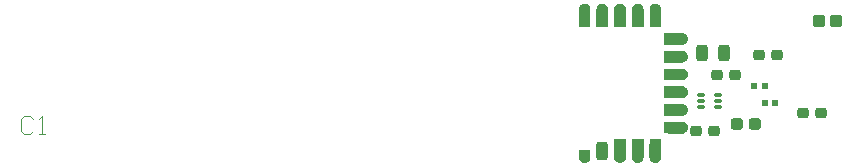
<source format=gtp>
G04*
G04 #@! TF.GenerationSoftware,Altium Limited,Altium Designer,25.4.2 (15)*
G04*
G04 Layer_Color=8421504*
%FSLAX44Y44*%
%MOMM*%
G71*
G04*
G04 #@! TF.SameCoordinates,E356E3B8-936D-4008-B143-5D1E530F3DD3*
G04*
G04*
G04 #@! TF.FilePolarity,Positive*
G04*
G01*
G75*
%ADD15C,0.0000*%
G04:AMPARAMS|DCode=16|XSize=1mm|YSize=1.1mm|CornerRadius=0.25mm|HoleSize=0mm|Usage=FLASHONLY|Rotation=90.000|XOffset=0mm|YOffset=0mm|HoleType=Round|Shape=RoundedRectangle|*
%AMROUNDEDRECTD16*
21,1,1.0000,0.6000,0,0,90.0*
21,1,0.5000,1.1000,0,0,90.0*
1,1,0.5000,0.3000,0.2500*
1,1,0.5000,0.3000,-0.2500*
1,1,0.5000,-0.3000,-0.2500*
1,1,0.5000,-0.3000,0.2500*
%
%ADD16ROUNDEDRECTD16*%
G04:AMPARAMS|DCode=17|XSize=0.67mm|YSize=0.3mm|CornerRadius=0.0495mm|HoleSize=0mm|Usage=FLASHONLY|Rotation=0.000|XOffset=0mm|YOffset=0mm|HoleType=Round|Shape=RoundedRectangle|*
%AMROUNDEDRECTD17*
21,1,0.6700,0.2010,0,0,0.0*
21,1,0.5710,0.3000,0,0,0.0*
1,1,0.0990,0.2855,-0.1005*
1,1,0.0990,-0.2855,-0.1005*
1,1,0.0990,-0.2855,0.1005*
1,1,0.0990,0.2855,0.1005*
%
%ADD17ROUNDEDRECTD17*%
G04:AMPARAMS|DCode=18|XSize=0.95mm|YSize=1.05mm|CornerRadius=0.2375mm|HoleSize=0mm|Usage=FLASHONLY|Rotation=90.000|XOffset=0mm|YOffset=0mm|HoleType=Round|Shape=RoundedRectangle|*
%AMROUNDEDRECTD18*
21,1,0.9500,0.5750,0,0,90.0*
21,1,0.4750,1.0500,0,0,90.0*
1,1,0.4750,0.2875,0.2375*
1,1,0.4750,0.2875,-0.2375*
1,1,0.4750,-0.2875,-0.2375*
1,1,0.4750,-0.2875,0.2375*
%
%ADD18ROUNDEDRECTD18*%
G04:AMPARAMS|DCode=19|XSize=0.9mm|YSize=0.95mm|CornerRadius=0.225mm|HoleSize=0mm|Usage=FLASHONLY|Rotation=90.000|XOffset=0mm|YOffset=0mm|HoleType=Round|Shape=RoundedRectangle|*
%AMROUNDEDRECTD19*
21,1,0.9000,0.5000,0,0,90.0*
21,1,0.4500,0.9500,0,0,90.0*
1,1,0.4500,0.2500,0.2250*
1,1,0.4500,0.2500,-0.2250*
1,1,0.4500,-0.2500,-0.2250*
1,1,0.4500,-0.2500,0.2250*
%
%ADD19ROUNDEDRECTD19*%
G04:AMPARAMS|DCode=20|XSize=1mm|YSize=1.6mm|CornerRadius=0.25mm|HoleSize=0mm|Usage=FLASHONLY|Rotation=90.000|XOffset=0mm|YOffset=0mm|HoleType=Round|Shape=RoundedRectangle|*
%AMROUNDEDRECTD20*
21,1,1.0000,1.1000,0,0,90.0*
21,1,0.5000,1.6000,0,0,90.0*
1,1,0.5000,0.5500,0.2500*
1,1,0.5000,0.5500,-0.2500*
1,1,0.5000,-0.5500,-0.2500*
1,1,0.5000,-0.5500,0.2500*
%
%ADD20ROUNDEDRECTD20*%
G04:AMPARAMS|DCode=21|XSize=1.6mm|YSize=1mm|CornerRadius=0.25mm|HoleSize=0mm|Usage=FLASHONLY|Rotation=90.000|XOffset=0mm|YOffset=0mm|HoleType=Round|Shape=RoundedRectangle|*
%AMROUNDEDRECTD21*
21,1,1.6000,0.5000,0,0,90.0*
21,1,1.1000,1.0000,0,0,90.0*
1,1,0.5000,0.2500,0.5500*
1,1,0.5000,0.2500,-0.5500*
1,1,0.5000,-0.2500,-0.5500*
1,1,0.5000,-0.2500,0.5500*
%
%ADD21ROUNDEDRECTD21*%
G04:AMPARAMS|DCode=22|XSize=0.55mm|YSize=0.5mm|CornerRadius=0.0625mm|HoleSize=0mm|Usage=FLASHONLY|Rotation=90.000|XOffset=0mm|YOffset=0mm|HoleType=Round|Shape=RoundedRectangle|*
%AMROUNDEDRECTD22*
21,1,0.5500,0.3750,0,0,90.0*
21,1,0.4250,0.5000,0,0,90.0*
1,1,0.1250,0.1875,0.2125*
1,1,0.1250,0.1875,-0.2125*
1,1,0.1250,-0.1875,-0.2125*
1,1,0.1250,-0.1875,0.2125*
%
%ADD22ROUNDEDRECTD22*%
G04:AMPARAMS|DCode=23|XSize=1.4mm|YSize=1mm|CornerRadius=0.25mm|HoleSize=0mm|Usage=FLASHONLY|Rotation=90.000|XOffset=0mm|YOffset=0mm|HoleType=Round|Shape=RoundedRectangle|*
%AMROUNDEDRECTD23*
21,1,1.4000,0.5000,0,0,90.0*
21,1,0.9000,1.0000,0,0,90.0*
1,1,0.5000,0.2500,0.4500*
1,1,0.5000,0.2500,-0.4500*
1,1,0.5000,-0.2500,-0.4500*
1,1,0.5000,-0.2500,0.4500*
%
%ADD23ROUNDEDRECTD23*%
G36*
X37264Y18000D02*
Y12000D01*
X37257Y11738D01*
X37236Y11477D01*
X37202Y11218D01*
X37155Y10961D01*
X37093Y10706D01*
X37019Y10455D01*
X36932Y10208D01*
X36831Y9966D01*
X36719Y9730D01*
X36594Y9500D01*
X36457Y9277D01*
X36309Y9061D01*
X36149Y8853D01*
X35979Y8654D01*
X35799Y8464D01*
X35609Y8284D01*
X35410Y8114D01*
X35203Y7955D01*
X34987Y7807D01*
X34764Y7670D01*
X34534Y7545D01*
X34297Y7432D01*
X34056Y7332D01*
X33809Y7245D01*
X33558Y7170D01*
X33303Y7109D01*
X33046Y7062D01*
X32786Y7027D01*
X32525Y7007D01*
X32264Y7000D01*
X32002Y7007D01*
X31741Y7027D01*
X31481Y7062D01*
X31224Y7109D01*
X30970Y7170D01*
X30719Y7245D01*
X30472Y7332D01*
X30230Y7432D01*
X29994Y7545D01*
X29764Y7670D01*
X29541Y7807D01*
X29325Y7955D01*
X29117Y8114D01*
X28918Y8284D01*
X28728Y8464D01*
X28548Y8654D01*
X28378Y8853D01*
X28219Y9061D01*
X28070Y9277D01*
X27934Y9500D01*
X27809Y9730D01*
X27696Y9966D01*
X27596Y10208D01*
X27508Y10455D01*
X27434Y10706D01*
X27373Y10961D01*
X27325Y11218D01*
X27291Y11477D01*
X27271Y11738D01*
X27264Y12000D01*
Y18000D01*
X37264D01*
D02*
G37*
G36*
X67264Y27000D02*
Y12000D01*
X67257Y11738D01*
X67236Y11477D01*
X67202Y11218D01*
X67154Y10961D01*
X67093Y10706D01*
X67019Y10455D01*
X66932Y10208D01*
X66831Y9966D01*
X66719Y9730D01*
X66594Y9500D01*
X66457Y9277D01*
X66309Y9061D01*
X66149Y8853D01*
X65979Y8654D01*
X65799Y8464D01*
X65609Y8284D01*
X65410Y8114D01*
X65203Y7955D01*
X64987Y7807D01*
X64764Y7670D01*
X64534Y7545D01*
X64297Y7432D01*
X64056Y7332D01*
X63809Y7245D01*
X63558Y7170D01*
X63303Y7109D01*
X63046Y7062D01*
X62786Y7027D01*
X62525Y7007D01*
X62264Y7000D01*
X62002Y7007D01*
X61741Y7027D01*
X61481Y7062D01*
X61224Y7109D01*
X60970Y7170D01*
X60719Y7245D01*
X60472Y7332D01*
X60230Y7432D01*
X59994Y7545D01*
X59764Y7670D01*
X59541Y7807D01*
X59325Y7955D01*
X59117Y8114D01*
X58918Y8284D01*
X58728Y8464D01*
X58548Y8654D01*
X58378Y8853D01*
X58219Y9061D01*
X58070Y9277D01*
X57934Y9500D01*
X57809Y9730D01*
X57696Y9966D01*
X57596Y10208D01*
X57508Y10455D01*
X57434Y10706D01*
X57373Y10961D01*
X57325Y11218D01*
X57291Y11477D01*
X57271Y11738D01*
X57264Y12000D01*
Y27000D01*
X67264D01*
D02*
G37*
G36*
X82264D02*
Y12000D01*
X82257Y11738D01*
X82236Y11477D01*
X82202Y11218D01*
X82154Y10961D01*
X82093Y10706D01*
X82019Y10455D01*
X81932Y10208D01*
X81832Y9966D01*
X81719Y9730D01*
X81594Y9500D01*
X81457Y9277D01*
X81309Y9061D01*
X81149Y8853D01*
X80979Y8654D01*
X80799Y8464D01*
X80609Y8284D01*
X80410Y8114D01*
X80203Y7955D01*
X79987Y7807D01*
X79764Y7670D01*
X79534Y7545D01*
X79297Y7432D01*
X79056Y7332D01*
X78809Y7245D01*
X78558Y7170D01*
X78303Y7109D01*
X78046Y7062D01*
X77786Y7027D01*
X77525Y7007D01*
X77264Y7000D01*
X77002Y7007D01*
X76741Y7027D01*
X76482Y7062D01*
X76224Y7109D01*
X75970Y7170D01*
X75719Y7245D01*
X75472Y7332D01*
X75230Y7432D01*
X74994Y7545D01*
X74764Y7670D01*
X74541Y7807D01*
X74325Y7955D01*
X74117Y8114D01*
X73918Y8284D01*
X73728Y8464D01*
X73548Y8654D01*
X73378Y8853D01*
X73219Y9061D01*
X73070Y9277D01*
X72934Y9500D01*
X72809Y9730D01*
X72696Y9966D01*
X72596Y10208D01*
X72508Y10455D01*
X72434Y10706D01*
X72373Y10961D01*
X72325Y11218D01*
X72291Y11477D01*
X72271Y11738D01*
X72264Y12000D01*
Y27000D01*
X82264D01*
D02*
G37*
G36*
X97264D02*
Y12000D01*
X97257Y11738D01*
X97236Y11477D01*
X97202Y11218D01*
X97155Y10961D01*
X97093Y10706D01*
X97019Y10455D01*
X96932Y10208D01*
X96832Y9966D01*
X96719Y9730D01*
X96594Y9500D01*
X96457Y9277D01*
X96309Y9061D01*
X96149Y8853D01*
X95979Y8654D01*
X95799Y8464D01*
X95609Y8284D01*
X95410Y8114D01*
X95203Y7955D01*
X94987Y7807D01*
X94764Y7670D01*
X94534Y7545D01*
X94297Y7432D01*
X94056Y7332D01*
X93809Y7245D01*
X93558Y7170D01*
X93303Y7109D01*
X93046Y7062D01*
X92786Y7027D01*
X92525Y7007D01*
X92264Y7000D01*
X92002Y7007D01*
X91741Y7027D01*
X91482Y7062D01*
X91224Y7109D01*
X90970Y7170D01*
X90719Y7245D01*
X90472Y7332D01*
X90230Y7432D01*
X89994Y7545D01*
X89764Y7670D01*
X89541Y7807D01*
X89325Y7955D01*
X89117Y8114D01*
X88918Y8284D01*
X88728Y8464D01*
X88548Y8654D01*
X88378Y8853D01*
X88219Y9061D01*
X88070Y9277D01*
X87934Y9500D01*
X87809Y9730D01*
X87696Y9966D01*
X87596Y10208D01*
X87508Y10455D01*
X87434Y10706D01*
X87373Y10961D01*
X87325Y11218D01*
X87291Y11477D01*
X87271Y11738D01*
X87264Y12000D01*
Y27000D01*
X97264D01*
D02*
G37*
G36*
X114764Y42000D02*
X115025Y41993D01*
X115286Y41973D01*
X115546Y41938D01*
X115803Y41891D01*
X116058Y41830D01*
X116309Y41755D01*
X116556Y41668D01*
X116797Y41568D01*
X117034Y41455D01*
X117264Y41330D01*
X117487Y41193D01*
X117703Y41045D01*
X117910Y40886D01*
X118109Y40716D01*
X118299Y40535D01*
X118479Y40346D01*
X118649Y40147D01*
X118809Y39939D01*
X118957Y39723D01*
X119094Y39500D01*
X119219Y39270D01*
X119331Y39034D01*
X119432Y38792D01*
X119519Y38545D01*
X119593Y38294D01*
X119654Y38040D01*
X119702Y37782D01*
X119736Y37523D01*
X119757Y37262D01*
X119764Y37000D01*
X119757Y36738D01*
X119736Y36477D01*
X119702Y36218D01*
X119654Y35961D01*
X119593Y35706D01*
X119519Y35455D01*
X119432Y35208D01*
X119331Y34966D01*
X119219Y34730D01*
X119094Y34500D01*
X118957Y34277D01*
X118809Y34061D01*
X118649Y33853D01*
X118479Y33654D01*
X118299Y33465D01*
X118109Y33284D01*
X117910Y33114D01*
X117703Y32955D01*
X117487Y32807D01*
X117264Y32670D01*
X117034Y32545D01*
X116797Y32432D01*
X116556Y32332D01*
X116309Y32245D01*
X116058Y32170D01*
X115803Y32109D01*
X115546Y32062D01*
X115286Y32027D01*
X115025Y32007D01*
X114764Y32000D01*
X99764D01*
Y42000D01*
X114764D01*
D02*
G37*
G36*
Y57000D02*
X115025Y56993D01*
X115286Y56973D01*
X115546Y56938D01*
X115803Y56891D01*
X116058Y56830D01*
X116309Y56755D01*
X116556Y56668D01*
X116797Y56568D01*
X117034Y56455D01*
X117264Y56330D01*
X117487Y56193D01*
X117703Y56045D01*
X117910Y55886D01*
X118109Y55716D01*
X118299Y55535D01*
X118479Y55346D01*
X118649Y55147D01*
X118809Y54939D01*
X118957Y54723D01*
X119094Y54500D01*
X119219Y54270D01*
X119331Y54034D01*
X119432Y53792D01*
X119519Y53545D01*
X119593Y53294D01*
X119654Y53040D01*
X119702Y52782D01*
X119736Y52523D01*
X119757Y52262D01*
X119764Y52000D01*
X119757Y51738D01*
X119736Y51477D01*
X119702Y51218D01*
X119654Y50960D01*
X119593Y50706D01*
X119519Y50455D01*
X119432Y50208D01*
X119331Y49966D01*
X119219Y49730D01*
X119094Y49500D01*
X118957Y49277D01*
X118809Y49061D01*
X118649Y48853D01*
X118479Y48654D01*
X118299Y48464D01*
X118109Y48284D01*
X117910Y48114D01*
X117703Y47955D01*
X117487Y47807D01*
X117264Y47670D01*
X117034Y47545D01*
X116797Y47432D01*
X116556Y47332D01*
X116309Y47245D01*
X116058Y47170D01*
X115803Y47109D01*
X115546Y47062D01*
X115286Y47027D01*
X115025Y47007D01*
X114764Y47000D01*
X99764D01*
Y57000D01*
X114764D01*
D02*
G37*
G36*
Y72000D02*
X115025Y71993D01*
X115286Y71973D01*
X115546Y71938D01*
X115803Y71891D01*
X116058Y71830D01*
X116309Y71755D01*
X116556Y71668D01*
X116797Y71568D01*
X117034Y71455D01*
X117264Y71330D01*
X117487Y71193D01*
X117703Y71045D01*
X117910Y70886D01*
X118109Y70716D01*
X118299Y70535D01*
X118479Y70346D01*
X118649Y70147D01*
X118809Y69939D01*
X118957Y69723D01*
X119094Y69500D01*
X119219Y69270D01*
X119331Y69034D01*
X119432Y68792D01*
X119519Y68545D01*
X119593Y68294D01*
X119654Y68040D01*
X119702Y67782D01*
X119736Y67523D01*
X119757Y67262D01*
X119764Y67000D01*
X119757Y66738D01*
X119736Y66477D01*
X119702Y66218D01*
X119654Y65960D01*
X119593Y65706D01*
X119519Y65455D01*
X119432Y65208D01*
X119331Y64966D01*
X119219Y64730D01*
X119094Y64500D01*
X118957Y64277D01*
X118809Y64061D01*
X118649Y63853D01*
X118479Y63654D01*
X118299Y63464D01*
X118109Y63284D01*
X117910Y63114D01*
X117703Y62955D01*
X117487Y62807D01*
X117264Y62670D01*
X117034Y62545D01*
X116797Y62432D01*
X116556Y62332D01*
X116309Y62245D01*
X116058Y62170D01*
X115803Y62109D01*
X115546Y62062D01*
X115286Y62027D01*
X115025Y62007D01*
X114764Y62000D01*
X99764D01*
Y72000D01*
X114764D01*
D02*
G37*
G36*
X27271Y137262D02*
X27291Y137523D01*
X27325Y137782D01*
X27373Y138040D01*
X27434Y138294D01*
X27508Y138545D01*
X27596Y138792D01*
X27696Y139034D01*
X27809Y139270D01*
X27934Y139500D01*
X28070Y139723D01*
X28219Y139939D01*
X28378Y140147D01*
X28548Y140346D01*
X28728Y140535D01*
X28918Y140716D01*
X29117Y140886D01*
X29325Y141045D01*
X29541Y141193D01*
X29764Y141330D01*
X29994Y141455D01*
X30230Y141568D01*
X30472Y141668D01*
X30719Y141755D01*
X30970Y141830D01*
X31224Y141891D01*
X31481Y141938D01*
X31741Y141973D01*
X32002Y141993D01*
X32264Y142000D01*
X32525Y141993D01*
X32786Y141973D01*
X33046Y141938D01*
X33303Y141891D01*
X33558Y141830D01*
X33809Y141755D01*
X34056Y141668D01*
X34297Y141568D01*
X34534Y141455D01*
X34764Y141330D01*
X34987Y141193D01*
X35203Y141045D01*
X35410Y140886D01*
X35609Y140716D01*
X35799Y140535D01*
X35979Y140346D01*
X36149Y140147D01*
X36309Y139939D01*
X36457Y139723D01*
X36594Y139500D01*
X36719Y139270D01*
X36831Y139034D01*
X36932Y138792D01*
X37019Y138545D01*
X37093Y138294D01*
X37155Y138040D01*
X37202Y137782D01*
X37236Y137523D01*
X37257Y137262D01*
X37264Y137000D01*
Y122000D01*
X27264D01*
Y137000D01*
X27271Y137262D01*
D02*
G37*
G36*
X42271D02*
X42291Y137523D01*
X42325Y137782D01*
X42373Y138040D01*
X42434Y138294D01*
X42508Y138545D01*
X42596Y138792D01*
X42696Y139034D01*
X42809Y139270D01*
X42934Y139500D01*
X43070Y139723D01*
X43219Y139939D01*
X43378Y140147D01*
X43548Y140346D01*
X43728Y140535D01*
X43918Y140716D01*
X44117Y140886D01*
X44325Y141045D01*
X44541Y141193D01*
X44764Y141330D01*
X44994Y141455D01*
X45230Y141568D01*
X45472Y141668D01*
X45719Y141755D01*
X45970Y141830D01*
X46224Y141891D01*
X46481Y141938D01*
X46741Y141973D01*
X47002Y141993D01*
X47264Y142000D01*
X47525Y141993D01*
X47786Y141973D01*
X48046Y141938D01*
X48303Y141891D01*
X48558Y141830D01*
X48809Y141755D01*
X49056Y141668D01*
X49297Y141568D01*
X49534Y141455D01*
X49764Y141330D01*
X49987Y141193D01*
X50203Y141045D01*
X50410Y140886D01*
X50609Y140716D01*
X50799Y140535D01*
X50979Y140346D01*
X51150Y140147D01*
X51309Y139939D01*
X51457Y139723D01*
X51594Y139500D01*
X51719Y139270D01*
X51831Y139034D01*
X51932Y138792D01*
X52019Y138545D01*
X52093Y138294D01*
X52154Y138040D01*
X52202Y137782D01*
X52236Y137523D01*
X52257Y137262D01*
X52264Y137000D01*
Y122000D01*
X42264D01*
Y137000D01*
X42271Y137262D01*
D02*
G37*
G36*
X57271D02*
X57291Y137523D01*
X57325Y137782D01*
X57373Y138040D01*
X57434Y138294D01*
X57508Y138545D01*
X57596Y138792D01*
X57696Y139034D01*
X57809Y139270D01*
X57934Y139500D01*
X58070Y139723D01*
X58219Y139939D01*
X58378Y140147D01*
X58548Y140346D01*
X58728Y140535D01*
X58918Y140716D01*
X59117Y140886D01*
X59325Y141045D01*
X59541Y141193D01*
X59764Y141330D01*
X59994Y141455D01*
X60230Y141568D01*
X60472Y141668D01*
X60719Y141755D01*
X60970Y141830D01*
X61224Y141891D01*
X61481Y141938D01*
X61741Y141973D01*
X62002Y141993D01*
X62264Y142000D01*
X62525Y141993D01*
X62786Y141973D01*
X63046Y141938D01*
X63303Y141891D01*
X63558Y141830D01*
X63809Y141755D01*
X64056Y141668D01*
X64297Y141568D01*
X64534Y141455D01*
X64764Y141330D01*
X64987Y141193D01*
X65203Y141045D01*
X65410Y140886D01*
X65609Y140716D01*
X65799Y140535D01*
X65979Y140346D01*
X66149Y140147D01*
X66309Y139939D01*
X66457Y139723D01*
X66594Y139500D01*
X66719Y139270D01*
X66831Y139034D01*
X66932Y138792D01*
X67019Y138545D01*
X67093Y138294D01*
X67154Y138040D01*
X67202Y137782D01*
X67236Y137523D01*
X67257Y137262D01*
X67264Y137000D01*
Y122000D01*
X57264D01*
Y137000D01*
X57271Y137262D01*
D02*
G37*
G36*
X72271D02*
X72291Y137523D01*
X72325Y137782D01*
X72373Y138040D01*
X72434Y138294D01*
X72508Y138545D01*
X72596Y138792D01*
X72696Y139034D01*
X72809Y139270D01*
X72934Y139500D01*
X73070Y139723D01*
X73219Y139939D01*
X73378Y140147D01*
X73548Y140346D01*
X73728Y140535D01*
X73918Y140716D01*
X74117Y140886D01*
X74325Y141045D01*
X74541Y141193D01*
X74764Y141330D01*
X74994Y141455D01*
X75230Y141568D01*
X75472Y141668D01*
X75719Y141755D01*
X75970Y141830D01*
X76224Y141891D01*
X76482Y141938D01*
X76741Y141973D01*
X77002Y141993D01*
X77264Y142000D01*
X77525Y141993D01*
X77786Y141973D01*
X78046Y141938D01*
X78303Y141891D01*
X78558Y141830D01*
X78809Y141755D01*
X79056Y141668D01*
X79297Y141568D01*
X79534Y141455D01*
X79764Y141330D01*
X79987Y141193D01*
X80203Y141045D01*
X80410Y140886D01*
X80609Y140716D01*
X80799Y140535D01*
X80979Y140346D01*
X81149Y140147D01*
X81309Y139939D01*
X81457Y139723D01*
X81594Y139500D01*
X81719Y139270D01*
X81832Y139034D01*
X81932Y138792D01*
X82019Y138545D01*
X82093Y138294D01*
X82154Y138040D01*
X82202Y137782D01*
X82236Y137523D01*
X82257Y137262D01*
X82264Y137000D01*
Y122000D01*
X72264D01*
Y137000D01*
X72271Y137262D01*
D02*
G37*
G36*
X114764Y87000D02*
X115025Y86993D01*
X115286Y86973D01*
X115546Y86938D01*
X115803Y86891D01*
X116058Y86830D01*
X116309Y86755D01*
X116556Y86668D01*
X116797Y86568D01*
X117034Y86455D01*
X117264Y86330D01*
X117487Y86193D01*
X117703Y86045D01*
X117910Y85886D01*
X118109Y85716D01*
X118299Y85535D01*
X118479Y85346D01*
X118649Y85147D01*
X118809Y84939D01*
X118957Y84723D01*
X119094Y84500D01*
X119219Y84270D01*
X119331Y84034D01*
X119432Y83792D01*
X119519Y83545D01*
X119593Y83294D01*
X119654Y83040D01*
X119702Y82782D01*
X119736Y82523D01*
X119757Y82262D01*
X119764Y82000D01*
X119757Y81738D01*
X119736Y81477D01*
X119702Y81218D01*
X119654Y80960D01*
X119593Y80706D01*
X119519Y80455D01*
X119432Y80208D01*
X119331Y79966D01*
X119219Y79730D01*
X119094Y79500D01*
X118957Y79277D01*
X118809Y79061D01*
X118649Y78853D01*
X118479Y78654D01*
X118299Y78464D01*
X118109Y78284D01*
X117910Y78114D01*
X117703Y77955D01*
X117487Y77807D01*
X117264Y77670D01*
X117034Y77545D01*
X116797Y77432D01*
X116556Y77332D01*
X116309Y77245D01*
X116058Y77170D01*
X115803Y77109D01*
X115546Y77062D01*
X115286Y77027D01*
X115025Y77007D01*
X114764Y77000D01*
X99764D01*
Y87000D01*
X114764D01*
D02*
G37*
G36*
Y102000D02*
X115025Y101993D01*
X115286Y101973D01*
X115546Y101938D01*
X115803Y101891D01*
X116058Y101830D01*
X116309Y101755D01*
X116556Y101668D01*
X116797Y101568D01*
X117034Y101455D01*
X117264Y101330D01*
X117487Y101193D01*
X117703Y101045D01*
X117910Y100886D01*
X118109Y100716D01*
X118299Y100535D01*
X118479Y100346D01*
X118649Y100147D01*
X118809Y99939D01*
X118957Y99723D01*
X119094Y99500D01*
X119219Y99270D01*
X119331Y99034D01*
X119432Y98792D01*
X119519Y98545D01*
X119593Y98294D01*
X119654Y98040D01*
X119702Y97782D01*
X119736Y97523D01*
X119757Y97262D01*
X119764Y97000D01*
X119757Y96738D01*
X119736Y96477D01*
X119702Y96218D01*
X119654Y95960D01*
X119593Y95706D01*
X119519Y95455D01*
X119432Y95208D01*
X119331Y94966D01*
X119219Y94730D01*
X119094Y94500D01*
X118957Y94277D01*
X118809Y94061D01*
X118649Y93853D01*
X118479Y93654D01*
X118299Y93464D01*
X118109Y93284D01*
X117910Y93114D01*
X117703Y92955D01*
X117487Y92807D01*
X117264Y92670D01*
X117034Y92545D01*
X116797Y92432D01*
X116556Y92332D01*
X116309Y92245D01*
X116058Y92170D01*
X115803Y92109D01*
X115546Y92062D01*
X115286Y92027D01*
X115025Y92007D01*
X114764Y92000D01*
X99764D01*
Y102000D01*
X114764D01*
D02*
G37*
G36*
Y117000D02*
X115025Y116993D01*
X115286Y116973D01*
X115546Y116938D01*
X115803Y116891D01*
X116058Y116830D01*
X116309Y116755D01*
X116556Y116668D01*
X116797Y116568D01*
X117034Y116455D01*
X117264Y116330D01*
X117487Y116193D01*
X117703Y116045D01*
X117910Y115886D01*
X118109Y115716D01*
X118299Y115535D01*
X118479Y115346D01*
X118649Y115147D01*
X118809Y114939D01*
X118957Y114723D01*
X119094Y114500D01*
X119219Y114270D01*
X119331Y114034D01*
X119432Y113792D01*
X119519Y113545D01*
X119593Y113294D01*
X119654Y113040D01*
X119702Y112782D01*
X119736Y112523D01*
X119757Y112262D01*
X119764Y112000D01*
X119757Y111738D01*
X119736Y111477D01*
X119702Y111218D01*
X119654Y110960D01*
X119593Y110706D01*
X119519Y110455D01*
X119432Y110208D01*
X119331Y109966D01*
X119219Y109730D01*
X119094Y109500D01*
X118957Y109277D01*
X118809Y109061D01*
X118649Y108853D01*
X118479Y108654D01*
X118299Y108464D01*
X118109Y108284D01*
X117910Y108114D01*
X117703Y107955D01*
X117487Y107807D01*
X117264Y107670D01*
X117034Y107545D01*
X116797Y107432D01*
X116556Y107332D01*
X116309Y107245D01*
X116058Y107170D01*
X115803Y107109D01*
X115546Y107062D01*
X115286Y107027D01*
X115025Y107007D01*
X114764Y107000D01*
X99764D01*
Y117000D01*
X114764D01*
D02*
G37*
G36*
X87271Y137262D02*
X87291Y137523D01*
X87325Y137782D01*
X87373Y138040D01*
X87434Y138294D01*
X87508Y138545D01*
X87596Y138792D01*
X87696Y139034D01*
X87809Y139270D01*
X87934Y139500D01*
X88070Y139723D01*
X88219Y139939D01*
X88378Y140147D01*
X88548Y140346D01*
X88728Y140535D01*
X88918Y140716D01*
X89117Y140886D01*
X89325Y141045D01*
X89541Y141193D01*
X89764Y141330D01*
X89994Y141455D01*
X90230Y141568D01*
X90472Y141668D01*
X90719Y141755D01*
X90970Y141830D01*
X91224Y141891D01*
X91482Y141938D01*
X91741Y141973D01*
X92002Y141993D01*
X92264Y142000D01*
X92525Y141993D01*
X92786Y141973D01*
X93046Y141938D01*
X93303Y141891D01*
X93558Y141830D01*
X93809Y141755D01*
X94056Y141668D01*
X94297Y141568D01*
X94534Y141455D01*
X94764Y141330D01*
X94987Y141193D01*
X95203Y141045D01*
X95410Y140886D01*
X95609Y140716D01*
X95799Y140535D01*
X95979Y140346D01*
X96149Y140147D01*
X96309Y139939D01*
X96457Y139723D01*
X96594Y139500D01*
X96719Y139270D01*
X96832Y139034D01*
X96932Y138792D01*
X97019Y138545D01*
X97093Y138294D01*
X97155Y138040D01*
X97202Y137782D01*
X97236Y137523D01*
X97257Y137262D01*
X97264Y137000D01*
Y122000D01*
X87264D01*
Y137000D01*
X87271Y137262D01*
D02*
G37*
D15*
X-435102Y43940D02*
X-437641Y46480D01*
X-442719D01*
X-445259Y43940D01*
Y33784D01*
X-442719Y31244D01*
X-437641D01*
X-435102Y33784D01*
X-430024Y31244D02*
X-424945D01*
X-427484D01*
Y46480D01*
X-430024Y43940D01*
D16*
X230494Y127508D02*
D03*
X244994D02*
D03*
D17*
X130522Y64436D02*
D03*
Y59436D02*
D03*
Y54436D02*
D03*
X145322D02*
D03*
Y59436D02*
D03*
Y64436D02*
D03*
D18*
X176160Y39624D02*
D03*
X161660D02*
D03*
D19*
X141862Y34036D02*
D03*
X126362D02*
D03*
X232286Y49022D02*
D03*
X216786D02*
D03*
X159896Y81534D02*
D03*
X144396D02*
D03*
X179956Y98044D02*
D03*
X195456D02*
D03*
D20*
X109764Y37000D02*
D03*
D21*
X92264Y17000D02*
D03*
X77264D02*
D03*
X62264D02*
D03*
X47264D02*
D03*
D22*
X184730Y57912D02*
D03*
X193730D02*
D03*
X175617Y71882D02*
D03*
X184616D02*
D03*
D23*
X150724Y100330D02*
D03*
X131724D02*
D03*
M02*

</source>
